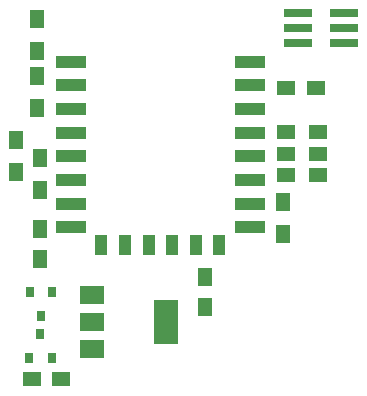
<source format=gbr>
G04 #@! TF.GenerationSoftware,KiCad,Pcbnew,(5.0.2)-1*
G04 #@! TF.CreationDate,2020-01-19T23:31:25+01:00*
G04 #@! TF.ProjectId,loftrelayRound,6c6f6674-7265-46c6-9179-526f756e642e,rev?*
G04 #@! TF.SameCoordinates,Original*
G04 #@! TF.FileFunction,Paste,Top*
G04 #@! TF.FilePolarity,Positive*
%FSLAX46Y46*%
G04 Gerber Fmt 4.6, Leading zero omitted, Abs format (unit mm)*
G04 Created by KiCad (PCBNEW (5.0.2)-1) date 19/01/2020 23:31:25*
%MOMM*%
%LPD*%
G01*
G04 APERTURE LIST*
%ADD10R,1.500000X1.250000*%
%ADD11R,1.250000X1.500000*%
%ADD12R,1.300000X1.500000*%
%ADD13R,1.500000X1.300000*%
%ADD14R,2.500000X1.000000*%
%ADD15R,1.000000X1.800000*%
%ADD16R,0.800000X0.900000*%
%ADD17R,2.000000X3.800000*%
%ADD18R,2.000000X1.500000*%
%ADD19R,2.400000X0.740000*%
G04 APERTURE END LIST*
D10*
G04 #@! TO.C,C2*
X154218000Y-138938000D03*
X156718000Y-138938000D03*
G04 #@! TD*
D11*
G04 #@! TO.C,C3*
X154940000Y-126238000D03*
X154940000Y-128738000D03*
G04 #@! TD*
G04 #@! TO.C,C4*
X168910000Y-132802000D03*
X168910000Y-130302000D03*
G04 #@! TD*
D12*
G04 #@! TO.C,R3*
X154686000Y-113284000D03*
X154686000Y-115984000D03*
G04 #@! TD*
G04 #@! TO.C,R4*
X154686000Y-108458000D03*
X154686000Y-111158000D03*
G04 #@! TD*
D13*
G04 #@! TO.C,R5*
X175768000Y-119888000D03*
X178468000Y-119888000D03*
G04 #@! TD*
D12*
G04 #@! TO.C,R6*
X175514000Y-123952000D03*
X175514000Y-126652000D03*
G04 #@! TD*
D13*
G04 #@! TO.C,R7*
X175768000Y-121666000D03*
X178468000Y-121666000D03*
G04 #@! TD*
D14*
G04 #@! TO.C,U4*
X157500000Y-112070000D03*
X157500000Y-114070000D03*
X157500000Y-116070000D03*
X157500000Y-118070000D03*
X157500000Y-120070000D03*
X157500000Y-122070000D03*
X157500000Y-124070000D03*
X157500000Y-126070000D03*
D15*
X160100000Y-127570000D03*
X162100000Y-127570000D03*
X164100000Y-127570000D03*
X166100000Y-127570000D03*
X168100000Y-127570000D03*
X170100000Y-127570000D03*
D14*
X172700000Y-126070000D03*
X172700000Y-124070000D03*
X172700000Y-122070000D03*
X172700000Y-120070000D03*
X172700000Y-118070000D03*
X172700000Y-116070000D03*
X172700000Y-114070000D03*
X172700000Y-112070000D03*
G04 #@! TD*
D16*
G04 #@! TO.C,Q1*
X155006000Y-133572000D03*
X154056000Y-131572000D03*
X155956000Y-131572000D03*
G04 #@! TD*
D10*
G04 #@! TO.C,C5*
X178268000Y-114300000D03*
X175768000Y-114300000D03*
G04 #@! TD*
D13*
G04 #@! TO.C,R8*
X175768000Y-118000000D03*
X178468000Y-118000000D03*
G04 #@! TD*
D17*
G04 #@! TO.C,U1*
X165608000Y-134112000D03*
D18*
X159308000Y-134112000D03*
X159308000Y-136412000D03*
X159308000Y-131812000D03*
G04 #@! TD*
D16*
G04 #@! TO.C,D1*
X153990000Y-137128000D03*
X155890000Y-137128000D03*
X154940000Y-135128000D03*
G04 #@! TD*
D19*
G04 #@! TO.C,J4*
X180684000Y-110490000D03*
X176784000Y-110490000D03*
X180684000Y-109220000D03*
X176784000Y-109220000D03*
X180684000Y-107950000D03*
X176784000Y-107950000D03*
G04 #@! TD*
D12*
G04 #@! TO.C,R9*
X152908000Y-118712000D03*
X152908000Y-121412000D03*
G04 #@! TD*
G04 #@! TO.C,R10*
X154940000Y-122936000D03*
X154940000Y-120236000D03*
G04 #@! TD*
M02*

</source>
